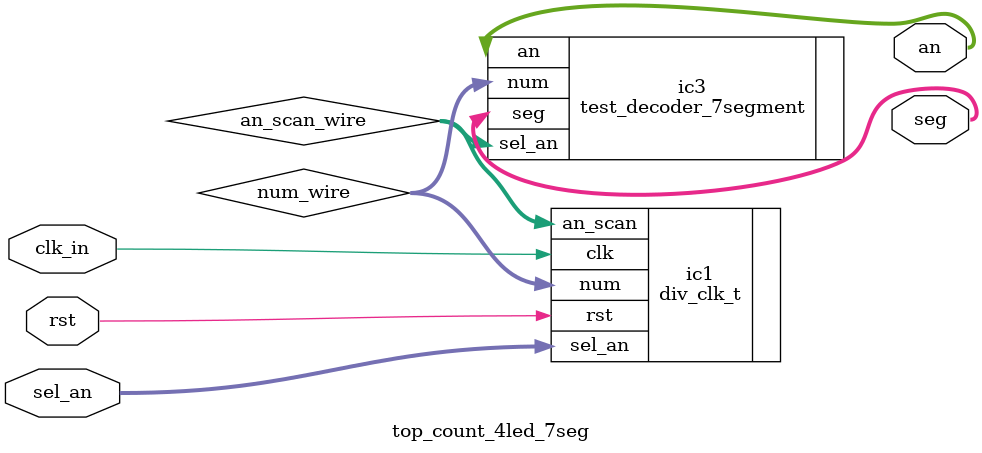
<source format=v>
`timescale 1ns / 1ps


module top_count_4led_7seg(clk_in,rst,seg,an,sel_an);
input clk_in,rst;
input [2:0] sel_an;
output [6:0] seg;
output [3:0] an;
wire [3:0] num_wire;
wire clk_wire;
wire [3:0] an_scan_wire;
div_clk_t ic1(.clk(clk_in),.rst(rst),.sel_an(sel_an),.num(num_wire),.an_scan(an_scan_wire));
test_decoder_7segment ic3(.num(num_wire),.seg(seg),.sel_an(an_scan_wire),.an(an));
endmodule

</source>
